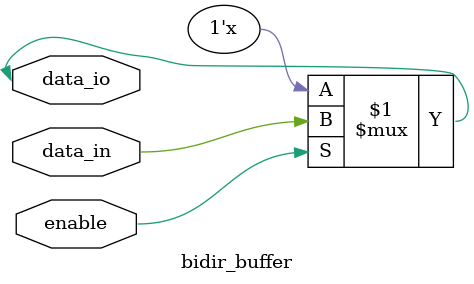
<source format=v>
module bidir_buffer (
    input data_in,
    input enable,
    inout data_io
);
    // If enable is high, drive data_in onto data_io, else high impedance (Z)
    assign data_io = enable ? data_in : 1'bz;
endmodule


</source>
